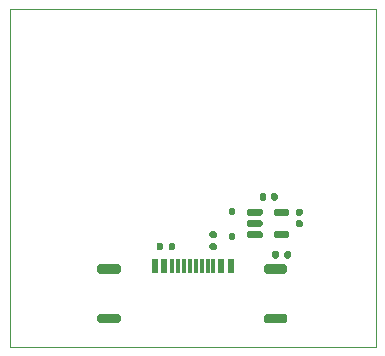
<source format=gtp>
G04 #@! TF.GenerationSoftware,KiCad,Pcbnew,8.0.4-8.0.4-0~ubuntu24.04.1*
G04 #@! TF.CreationDate,2024-08-17T13:37:00+02:00*
G04 #@! TF.ProjectId,ESP32-C3-WROOM_flexypin,45535033-322d-4433-932d-57524f4f4d5f,rev?*
G04 #@! TF.SameCoordinates,Original*
G04 #@! TF.FileFunction,Paste,Top*
G04 #@! TF.FilePolarity,Positive*
%FSLAX46Y46*%
G04 Gerber Fmt 4.6, Leading zero omitted, Abs format (unit mm)*
G04 Created by KiCad (PCBNEW 8.0.4-8.0.4-0~ubuntu24.04.1) date 2024-08-17 13:37:00*
%MOMM*%
%LPD*%
G01*
G04 APERTURE LIST*
%ADD10R,0.600000X1.240000*%
%ADD11R,0.300000X1.240000*%
G04 #@! TA.AperFunction,Profile*
%ADD12C,0.100000*%
G04 #@! TD*
G04 APERTURE END LIST*
G36*
G01*
X140200000Y-101800000D02*
X141800000Y-101800000D01*
G75*
G02*
X142000000Y-102000000I0J-200000D01*
G01*
X142000000Y-102400000D01*
G75*
G02*
X141800000Y-102600000I-200000J0D01*
G01*
X140200000Y-102600000D01*
G75*
G02*
X140000000Y-102400000I0J200000D01*
G01*
X140000000Y-102000000D01*
G75*
G02*
X140200000Y-101800000I200000J0D01*
G01*
G37*
G36*
G01*
X140200000Y-106000000D02*
X141800000Y-106000000D01*
G75*
G02*
X142000000Y-106200000I0J-200000D01*
G01*
X142000000Y-106600000D01*
G75*
G02*
X141800000Y-106800000I-200000J0D01*
G01*
X140200000Y-106800000D01*
G75*
G02*
X140000000Y-106600000I0J200000D01*
G01*
X140000000Y-106200000D01*
G75*
G02*
X140200000Y-106000000I200000J0D01*
G01*
G37*
G36*
G01*
X156380000Y-100815000D02*
X156380000Y-101185000D01*
G75*
G02*
X156245000Y-101320000I-135000J0D01*
G01*
X155975000Y-101320000D01*
G75*
G02*
X155840000Y-101185000I0J135000D01*
G01*
X155840000Y-100815000D01*
G75*
G02*
X155975000Y-100680000I135000J0D01*
G01*
X156245000Y-100680000D01*
G75*
G02*
X156380000Y-100815000I0J-135000D01*
G01*
G37*
G36*
G01*
X155360000Y-100815000D02*
X155360000Y-101185000D01*
G75*
G02*
X155225000Y-101320000I-135000J0D01*
G01*
X154955000Y-101320000D01*
G75*
G02*
X154820000Y-101185000I0J135000D01*
G01*
X154820000Y-100815000D01*
G75*
G02*
X154955000Y-100680000I135000J0D01*
G01*
X155225000Y-100680000D01*
G75*
G02*
X155360000Y-100815000I0J-135000D01*
G01*
G37*
G36*
G01*
X152662500Y-97550000D02*
X152662500Y-97250000D01*
G75*
G02*
X152812500Y-97100000I150000J0D01*
G01*
X153837500Y-97100000D01*
G75*
G02*
X153987500Y-97250000I0J-150000D01*
G01*
X153987500Y-97550000D01*
G75*
G02*
X153837500Y-97700000I-150000J0D01*
G01*
X152812500Y-97700000D01*
G75*
G02*
X152662500Y-97550000I0J150000D01*
G01*
G37*
G36*
G01*
X152662500Y-98500000D02*
X152662500Y-98200000D01*
G75*
G02*
X152812500Y-98050000I150000J0D01*
G01*
X153837500Y-98050000D01*
G75*
G02*
X153987500Y-98200000I0J-150000D01*
G01*
X153987500Y-98500000D01*
G75*
G02*
X153837500Y-98650000I-150000J0D01*
G01*
X152812500Y-98650000D01*
G75*
G02*
X152662500Y-98500000I0J150000D01*
G01*
G37*
G36*
G01*
X152662500Y-99450000D02*
X152662500Y-99150000D01*
G75*
G02*
X152812500Y-99000000I150000J0D01*
G01*
X153837500Y-99000000D01*
G75*
G02*
X153987500Y-99150000I0J-150000D01*
G01*
X153987500Y-99450000D01*
G75*
G02*
X153837500Y-99600000I-150000J0D01*
G01*
X152812500Y-99600000D01*
G75*
G02*
X152662500Y-99450000I0J150000D01*
G01*
G37*
G36*
G01*
X154937500Y-99450000D02*
X154937500Y-99150000D01*
G75*
G02*
X155087500Y-99000000I150000J0D01*
G01*
X156112500Y-99000000D01*
G75*
G02*
X156262500Y-99150000I0J-150000D01*
G01*
X156262500Y-99450000D01*
G75*
G02*
X156112500Y-99600000I-150000J0D01*
G01*
X155087500Y-99600000D01*
G75*
G02*
X154937500Y-99450000I0J150000D01*
G01*
G37*
G36*
G01*
X154937500Y-97550000D02*
X154937500Y-97250000D01*
G75*
G02*
X155087500Y-97100000I150000J0D01*
G01*
X156112500Y-97100000D01*
G75*
G02*
X156262500Y-97250000I0J-150000D01*
G01*
X156262500Y-97550000D01*
G75*
G02*
X156112500Y-97700000I-150000J0D01*
G01*
X155087500Y-97700000D01*
G75*
G02*
X154937500Y-97550000I0J150000D01*
G01*
G37*
G36*
G01*
X146580000Y-100115000D02*
X146580000Y-100485000D01*
G75*
G02*
X146445000Y-100620000I-135000J0D01*
G01*
X146175000Y-100620000D01*
G75*
G02*
X146040000Y-100485000I0J135000D01*
G01*
X146040000Y-100115000D01*
G75*
G02*
X146175000Y-99980000I135000J0D01*
G01*
X146445000Y-99980000D01*
G75*
G02*
X146580000Y-100115000I0J-135000D01*
G01*
G37*
G36*
G01*
X145560000Y-100115000D02*
X145560000Y-100485000D01*
G75*
G02*
X145425000Y-100620000I-135000J0D01*
G01*
X145155000Y-100620000D01*
G75*
G02*
X145020000Y-100485000I0J135000D01*
G01*
X145020000Y-100115000D01*
G75*
G02*
X145155000Y-99980000I135000J0D01*
G01*
X145425000Y-99980000D01*
G75*
G02*
X145560000Y-100115000I0J-135000D01*
G01*
G37*
D10*
X144882000Y-101975000D03*
X145682000Y-101975000D03*
D11*
X146832000Y-101975000D03*
X147832000Y-101975000D03*
X148332000Y-101975000D03*
X149332000Y-101975000D03*
D10*
X150482000Y-101975000D03*
X151282000Y-101975000D03*
X151282000Y-101975000D03*
X150482000Y-101975000D03*
D11*
X149832000Y-101975000D03*
X148832000Y-101975000D03*
X147332000Y-101975000D03*
X146332000Y-101975000D03*
D10*
X145682000Y-101975000D03*
X144882000Y-101975000D03*
G36*
G01*
X155260000Y-95930000D02*
X155260000Y-96270000D01*
G75*
G02*
X155120000Y-96410000I-140000J0D01*
G01*
X154840000Y-96410000D01*
G75*
G02*
X154700000Y-96270000I0J140000D01*
G01*
X154700000Y-95930000D01*
G75*
G02*
X154840000Y-95790000I140000J0D01*
G01*
X155120000Y-95790000D01*
G75*
G02*
X155260000Y-95930000I0J-140000D01*
G01*
G37*
G36*
G01*
X154300000Y-95930000D02*
X154300000Y-96270000D01*
G75*
G02*
X154160000Y-96410000I-140000J0D01*
G01*
X153880000Y-96410000D01*
G75*
G02*
X153740000Y-96270000I0J140000D01*
G01*
X153740000Y-95930000D01*
G75*
G02*
X153880000Y-95790000I140000J0D01*
G01*
X154160000Y-95790000D01*
G75*
G02*
X154300000Y-95930000I0J-140000D01*
G01*
G37*
G36*
G01*
X149985000Y-100580000D02*
X149615000Y-100580000D01*
G75*
G02*
X149480000Y-100445000I0J135000D01*
G01*
X149480000Y-100175000D01*
G75*
G02*
X149615000Y-100040000I135000J0D01*
G01*
X149985000Y-100040000D01*
G75*
G02*
X150120000Y-100175000I0J-135000D01*
G01*
X150120000Y-100445000D01*
G75*
G02*
X149985000Y-100580000I-135000J0D01*
G01*
G37*
G36*
G01*
X149985000Y-99560000D02*
X149615000Y-99560000D01*
G75*
G02*
X149480000Y-99425000I0J135000D01*
G01*
X149480000Y-99155000D01*
G75*
G02*
X149615000Y-99020000I135000J0D01*
G01*
X149985000Y-99020000D01*
G75*
G02*
X150120000Y-99155000I0J-135000D01*
G01*
X150120000Y-99425000D01*
G75*
G02*
X149985000Y-99560000I-135000J0D01*
G01*
G37*
G36*
G01*
X157270000Y-98640000D02*
X156930000Y-98640000D01*
G75*
G02*
X156790000Y-98500000I0J140000D01*
G01*
X156790000Y-98220000D01*
G75*
G02*
X156930000Y-98080000I140000J0D01*
G01*
X157270000Y-98080000D01*
G75*
G02*
X157410000Y-98220000I0J-140000D01*
G01*
X157410000Y-98500000D01*
G75*
G02*
X157270000Y-98640000I-140000J0D01*
G01*
G37*
G36*
G01*
X157270000Y-97680000D02*
X156930000Y-97680000D01*
G75*
G02*
X156790000Y-97540000I0J140000D01*
G01*
X156790000Y-97260000D01*
G75*
G02*
X156930000Y-97120000I140000J0D01*
G01*
X157270000Y-97120000D01*
G75*
G02*
X157410000Y-97260000I0J-140000D01*
G01*
X157410000Y-97540000D01*
G75*
G02*
X157270000Y-97680000I-140000J0D01*
G01*
G37*
G36*
G01*
X151287500Y-97050000D02*
X151512500Y-97050000D01*
G75*
G02*
X151625000Y-97162500I0J-112500D01*
G01*
X151625000Y-97537500D01*
G75*
G02*
X151512500Y-97650000I-112500J0D01*
G01*
X151287500Y-97650000D01*
G75*
G02*
X151175000Y-97537500I0J112500D01*
G01*
X151175000Y-97162500D01*
G75*
G02*
X151287500Y-97050000I112500J0D01*
G01*
G37*
G36*
G01*
X151287500Y-99150000D02*
X151512500Y-99150000D01*
G75*
G02*
X151625000Y-99262500I0J-112500D01*
G01*
X151625000Y-99637500D01*
G75*
G02*
X151512500Y-99750000I-112500J0D01*
G01*
X151287500Y-99750000D01*
G75*
G02*
X151175000Y-99637500I0J112500D01*
G01*
X151175000Y-99262500D01*
G75*
G02*
X151287500Y-99150000I112500J0D01*
G01*
G37*
G36*
G01*
X154300000Y-101800000D02*
X155900000Y-101800000D01*
G75*
G02*
X156100000Y-102000000I0J-200000D01*
G01*
X156100000Y-102400000D01*
G75*
G02*
X155900000Y-102600000I-200000J0D01*
G01*
X154300000Y-102600000D01*
G75*
G02*
X154100000Y-102400000I0J200000D01*
G01*
X154100000Y-102000000D01*
G75*
G02*
X154300000Y-101800000I200000J0D01*
G01*
G37*
G36*
G01*
X154300000Y-106000000D02*
X155900000Y-106000000D01*
G75*
G02*
X156100000Y-106200000I0J-200000D01*
G01*
X156100000Y-106600000D01*
G75*
G02*
X155900000Y-106800000I-200000J0D01*
G01*
X154300000Y-106800000D01*
G75*
G02*
X154100000Y-106600000I0J200000D01*
G01*
X154100000Y-106200000D01*
G75*
G02*
X154300000Y-106000000I200000J0D01*
G01*
G37*
D12*
X132588000Y-80200000D02*
X163576000Y-80200000D01*
X163576000Y-108800000D02*
X132588000Y-108800000D01*
X163576000Y-80200000D02*
X163576000Y-108800000D01*
X132588000Y-108800000D02*
X132588000Y-80200000D01*
M02*

</source>
